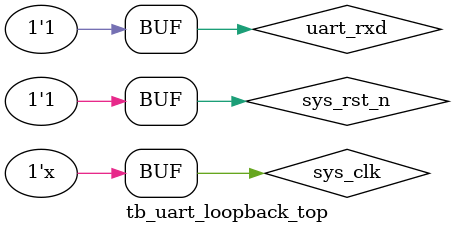
<source format=v>
`timescale 1ns / 1ps

module tb_uart_loopback_top();

reg sys_clk;
reg sys_rst_n;
reg uart_rxd;

wire uart_txd;

parameter utime = 1000; //²¨ÌØÂÊÉèÖÃÎª1m

uart_loopback_top u_uart_loopback_top(
    .sys_clk       (sys_clk),
    .sys_rst_n     (sys_rst_n),

    .uart_rxd      (uart_rxd),
    .uart_txd      (uart_txd)
);

initial begin
	sys_clk = 1'b0;
	sys_rst_n = 1'b0;
	#60 sys_rst_n = 1'b1;

    //ÆðÊ¼ÐÅºÅ
    #100 uart_rxd = 1'b1;
    #utime uart_rxd = 1'b0;

    //8Î»Êý¾Ý eb
    #utime uart_rxd = 1'b1;  //1
    #utime uart_rxd = 1'b1;
    #utime uart_rxd = 1'b0;
    #utime uart_rxd = 1'b1;
    
    #utime uart_rxd = 1'b0;
    #utime uart_rxd = 1'b1;
    #utime uart_rxd = 1'b1;
    #utime uart_rxd = 1'b1;

    //Í£Ö¹Î»
    #utime uart_rxd = 1'b1;
    
    
    //ÆðÊ¼ÐÅºÅ
    #1000 uart_rxd = 1'b1;
    #utime uart_rxd = 1'b0;

    //8Î»Êý¾Ý aa
    #utime uart_rxd = 1'b0;  //1
    #utime uart_rxd = 1'b1;
    #utime uart_rxd = 1'b0;
    #utime uart_rxd = 1'b1;
    
    #utime uart_rxd = 1'b0;
    #utime uart_rxd = 1'b1;
    #utime uart_rxd = 1'b0;
    #utime uart_rxd = 1'b1;

    //Í£Ö¹Î»
    #utime uart_rxd = 1'b1;

end

always #10 sys_clk=~sys_clk;

endmodule

</source>
